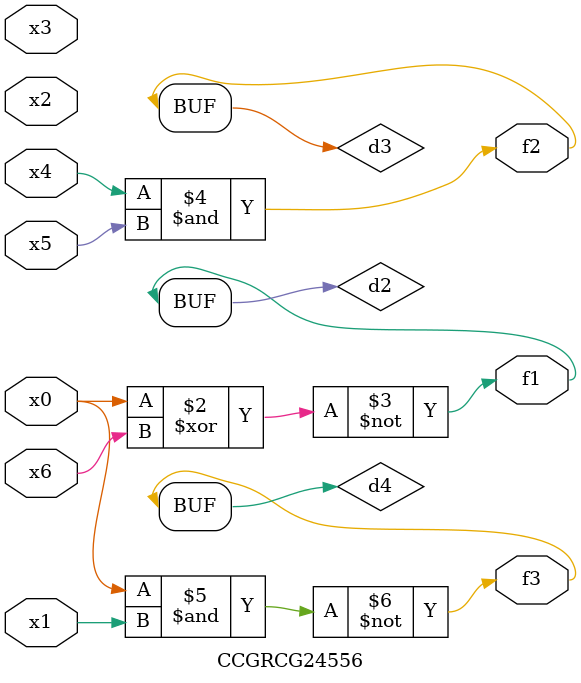
<source format=v>
module CCGRCG24556(
	input x0, x1, x2, x3, x4, x5, x6,
	output f1, f2, f3
);

	wire d1, d2, d3, d4;

	nor (d1, x0);
	xnor (d2, x0, x6);
	and (d3, x4, x5);
	nand (d4, x0, x1);
	assign f1 = d2;
	assign f2 = d3;
	assign f3 = d4;
endmodule

</source>
